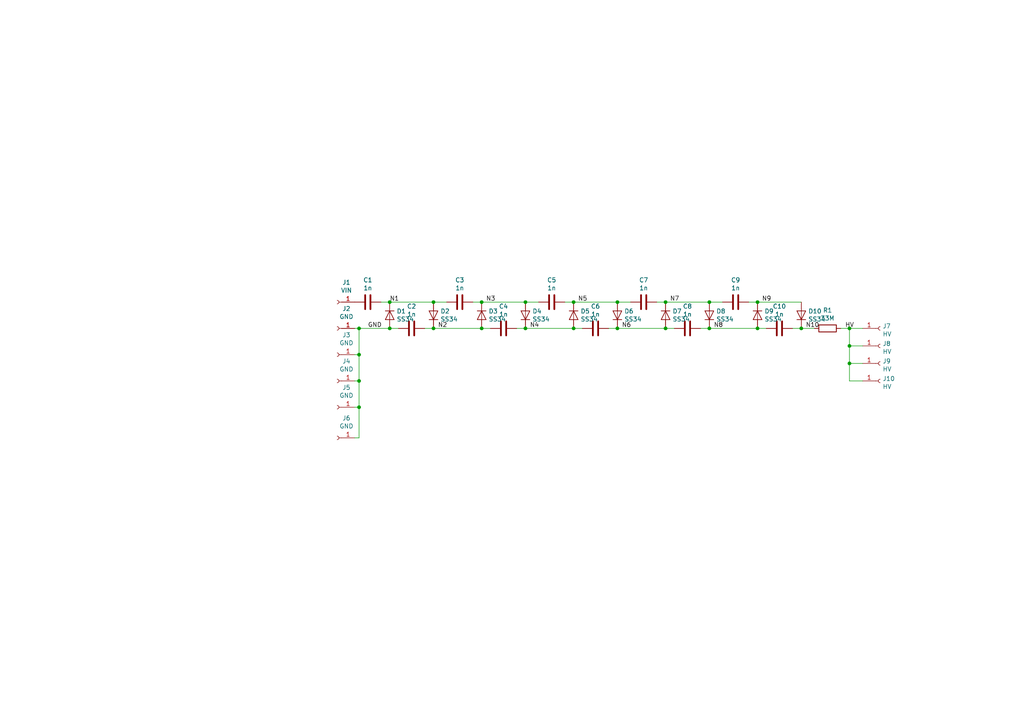
<source format=kicad_sch>
(kicad_sch (version 20211123) (generator eeschema)
  (paper "A4")
  (lib_symbols
    (symbol "Connector:Conn_01x01_Female" (pin_names (offset 1.016) hide)
      (property "Reference" "J" (at 0 2.54 0))
      (property "Value" "Conn_01x01_Female" (at 0 -2.54 0))
      (symbol "Conn_01x01_Female_1_1"
        (polyline (pts (xy -1.27 0) (xy -0.508 0)) (stroke (width 0.1524)))
        (arc (start 0 0.508) (mid -0.508 0) (end 0 -0.508) (stroke (width 0.1524)))
        (pin passive line (at -5.08 0 0) (length 3.81) (name "Pin_1") (number "1"))
      )
    )
    (symbol "Device:C" (pin_numbers hide) (pin_names (offset 0.254))
      (property "Reference" "C" (at 0.635 2.54 0))
      (property "Value" "C" (at 0.635 -2.54 0))
      (symbol "C_0_1"
        (polyline (pts (xy -2.032 -0.762) (xy 2.032 -0.762)) (stroke (width 0.508)))
        (polyline (pts (xy -2.032 0.762) (xy 2.032 0.762)) (stroke (width 0.508)))
      )
      (symbol "C_1_1"
        (pin passive line (at 0 3.81 270) (length 2.794) (name "~") (number "1"))
        (pin passive line (at 0 -3.81 90) (length 2.794) (name "~") (number "2"))
      )
    )
    (symbol "Device:D" (pin_numbers hide) (pin_names (offset 1.016) hide)
      (property "Reference" "D" (at 0 2.54 0))
      (property "Value" "D" (at 0 -2.54 0))
      (symbol "D_0_1"
        (polyline (pts (xy -1.27 1.27) (xy -1.27 -1.27)) (stroke (width 0.2032)))
        (polyline (pts (xy 1.27 0) (xy -1.27 0)))
        (polyline (pts (xy 1.27 1.27) (xy 1.27 -1.27) (xy -1.27 0) (xy 1.27 1.27)) (stroke (width 0.2032)))
      )
      (symbol "D_1_1"
        (pin passive line (at -3.81 0 0) (length 2.54) (name "K") (number "1"))
        (pin passive line (at 3.81 0 180) (length 2.54) (name "A") (number "2"))
      )
    )
    (symbol "Device:R" (pin_numbers hide) (pin_names (offset 0))
      (property "Reference" "R" (at 2.032 0 90))
      (property "Value" "R" (at 0 0 90))
      (symbol "R_0_1"
        (rectangle (start -1.016 -2.54) (end 1.016 2.54) (stroke (width 0.254)))
      )
      (symbol "R_1_1"
        (pin passive line (at 0 3.81 270) (length 1.27) (name "~") (number "1"))
        (pin passive line (at 0 -3.81 90) (length 1.27) (name "~") (number "2"))
      )
    )
  )
  (junction (at 104.14 102.87))
  (junction (at 139.7 87.63))
  (junction (at 179.07 95.25))
  (junction (at 104.14 95.25))
  (junction (at 166.37 95.25))
  (junction (at 152.4 95.25))
  (junction (at 246.38 105.41))
  (junction (at 219.71 87.63))
  (junction (at 246.38 95.25))
  (junction (at 125.73 95.25))
  (junction (at 193.04 95.25))
  (junction (at 113.03 87.63))
  (junction (at 152.4 87.63))
  (junction (at 139.7 95.25))
  (junction (at 125.73 87.63))
  (junction (at 246.38 100.33))
  (junction (at 232.41 95.25))
  (junction (at 193.04 87.63))
  (junction (at 179.07 87.63))
  (junction (at 219.71 95.25))
  (junction (at 104.14 118.11))
  (junction (at 104.14 110.49))
  (junction (at 113.03 95.25))
  (junction (at 166.37 87.63))
  (junction (at 205.74 95.25))
  (junction (at 205.74 87.63))
  (wire (pts (xy 110.49 87.63) (xy 113.03 87.63)))
  (wire (pts (xy 243.84 95.25) (xy 246.38 95.25)))
  (wire (pts (xy 104.14 102.87) (xy 102.87 102.87)))
  (wire (pts (xy 113.03 95.25) (xy 104.14 95.25)))
  (wire (pts (xy 232.41 95.25) (xy 229.87 95.25)))
  (wire (pts (xy 236.22 95.25) (xy 232.41 95.25)))
  (wire (pts (xy 142.24 95.25) (xy 139.7 95.25)))
  (wire (pts (xy 113.03 87.63) (xy 125.73 87.63)))
  (wire (pts (xy 104.14 95.25) (xy 102.87 95.25)))
  (wire (pts (xy 166.37 87.63) (xy 179.07 87.63)))
  (wire (pts (xy 222.25 95.25) (xy 219.71 95.25)))
  (wire (pts (xy 125.73 87.63) (xy 129.54 87.63)))
  (wire (pts (xy 205.74 95.25) (xy 219.71 95.25)))
  (wire (pts (xy 163.83 87.63) (xy 166.37 87.63)))
  (wire (pts (xy 195.58 95.25) (xy 193.04 95.25)))
  (wire (pts (xy 104.14 118.11) (xy 104.14 127)))
  (wire (pts (xy 205.74 87.63) (xy 209.55 87.63)))
  (wire (pts (xy 102.87 118.11) (xy 104.14 118.11)))
  (wire (pts (xy 246.38 105.41) (xy 246.38 100.33)))
  (wire (pts (xy 152.4 87.63) (xy 156.21 87.63)))
  (wire (pts (xy 179.07 87.63) (xy 182.88 87.63)))
  (wire (pts (xy 139.7 87.63) (xy 152.4 87.63)))
  (wire (pts (xy 250.19 105.41) (xy 246.38 105.41)))
  (wire (pts (xy 190.5 87.63) (xy 193.04 87.63)))
  (wire (pts (xy 246.38 110.49) (xy 246.38 105.41)))
  (wire (pts (xy 250.19 110.49) (xy 246.38 110.49)))
  (wire (pts (xy 102.87 110.49) (xy 104.14 110.49)))
  (wire (pts (xy 246.38 100.33) (xy 246.38 95.25)))
  (wire (pts (xy 104.14 110.49) (xy 104.14 118.11)))
  (wire (pts (xy 115.57 95.25) (xy 113.03 95.25)))
  (wire (pts (xy 250.19 100.33) (xy 246.38 100.33)))
  (wire (pts (xy 205.74 95.25) (xy 203.2 95.25)))
  (wire (pts (xy 152.4 95.25) (xy 166.37 95.25)))
  (wire (pts (xy 125.73 95.25) (xy 139.7 95.25)))
  (wire (pts (xy 179.07 95.25) (xy 193.04 95.25)))
  (wire (pts (xy 193.04 87.63) (xy 205.74 87.63)))
  (wire (pts (xy 137.16 87.63) (xy 139.7 87.63)))
  (wire (pts (xy 152.4 95.25) (xy 149.86 95.25)))
  (wire (pts (xy 102.87 127) (xy 104.14 127)))
  (wire (pts (xy 217.17 87.63) (xy 219.71 87.63)))
  (wire (pts (xy 179.07 95.25) (xy 176.53 95.25)))
  (wire (pts (xy 168.91 95.25) (xy 166.37 95.25)))
  (wire (pts (xy 219.71 87.63) (xy 232.41 87.63)))
  (wire (pts (xy 246.38 95.25) (xy 250.19 95.25)))
  (wire (pts (xy 104.14 102.87) (xy 104.14 110.49)))
  (wire (pts (xy 125.73 95.25) (xy 123.19 95.25)))
  (wire (pts (xy 104.14 95.25) (xy 104.14 102.87)))
  (label "N3" (at 140.97 87.63 0))
  (label "N6" (at 180.34 95.25 0))
  (label "N8" (at 207.01 95.25 0))
  (label "GND" (at 106.68 95.25 0))
  (label "N7" (at 194.31 87.63 0))
  (label "N9" (at 220.98 87.63 0))
  (label "HV" (at 245.11 95.25 0))
  (label "N5" (at 167.64 87.63 0))
  (label "N10" (at 233.68 95.25 0))
  (label "N1" (at 113.03 87.63 0))
  (label "N2" (at 127 95.25 0))
  (label "N4" (at 153.67 95.25 0))
  (symbol (lib_id "Device:C") (at 106.68 87.63 270) (unit 1)
    (property "Reference" "C1" (at 106.68 81.2292 90))
    (property "Value" "1n" (at 106.68 83.5406 90))
    (property "Footprint" "Capacitor_SMD:C_1812_4532Metric" (effects hide))
  )
  (symbol (lib_id "Device:D") (at 113.03 91.44 270) (unit 1)
    (property "Reference" "D1" (at 115.0366 90.2716 90) (effects (justify left)))
    (property "Value" "SS34" (at 115.0366 92.583 90) (effects (justify left)))
    (property "Footprint" "otter:SMAF" (effects hide))
  )
  (symbol (lib_id "Device:R") (at 240.03 95.25 270) (unit 1)
    (property "Reference" "R1" (at 240.03 89.9922 90))
    (property "Value" "33M" (at 240.03 92.3036 90))
    (property "Footprint" "Resistor_SMD:R_2512_6332Metric" (effects hide))
  )
  (symbol (lib_id "Device:C") (at 119.38 95.25 270) (unit 1)
    (property "Reference" "C2" (at 119.38 88.8492 90))
    (property "Value" "1n" (at 119.38 91.1606 90))
    (property "Footprint" "Capacitor_SMD:C_1812_4532Metric" (effects hide))
  )
  (symbol (lib_id "Device:D") (at 125.73 91.44 90) (unit 1)
    (property "Reference" "D2" (at 127.7366 90.2716 90) (effects (justify right)))
    (property "Value" "SS34" (at 127.7366 92.583 90) (effects (justify right)))
    (property "Footprint" "otter:SMAF" (effects hide))
  )
  (symbol (lib_id "Device:C") (at 133.35 87.63 270) (unit 1)
    (property "Reference" "C3" (at 133.35 81.2292 90))
    (property "Value" "1n" (at 133.35 83.5406 90))
    (property "Footprint" "Capacitor_SMD:C_1812_4532Metric" (effects hide))
  )
  (symbol (lib_id "Device:D") (at 139.7 91.44 270) (unit 1)
    (property "Reference" "D3" (at 141.7066 90.2716 90) (effects (justify left)))
    (property "Value" "SS34" (at 141.7066 92.583 90) (effects (justify left)))
    (property "Footprint" "otter:SMAF" (effects hide))
  )
  (symbol (lib_id "Device:C") (at 146.05 95.25 270) (unit 1)
    (property "Reference" "C4" (at 146.05 88.8492 90))
    (property "Value" "1n" (at 146.05 91.1606 90))
    (property "Footprint" "Capacitor_SMD:C_1812_4532Metric" (effects hide))
  )
  (symbol (lib_id "Device:D") (at 152.4 91.44 90) (unit 1)
    (property "Reference" "D4" (at 154.4066 90.2716 90) (effects (justify right)))
    (property "Value" "SS34" (at 154.4066 92.583 90) (effects (justify right)))
    (property "Footprint" "otter:SMAF" (effects hide))
  )
  (symbol (lib_id "Device:C") (at 160.02 87.63 270) (unit 1)
    (property "Reference" "C5" (at 160.02 81.2292 90))
    (property "Value" "1n" (at 160.02 83.5406 90))
    (property "Footprint" "Capacitor_SMD:C_1812_4532Metric" (effects hide))
  )
  (symbol (lib_id "Device:D") (at 166.37 91.44 270) (unit 1)
    (property "Reference" "D5" (at 168.3766 90.2716 90) (effects (justify left)))
    (property "Value" "SS34" (at 168.3766 92.583 90) (effects (justify left)))
    (property "Footprint" "otter:SMAF" (effects hide))
  )
  (symbol (lib_id "Device:C") (at 172.72 95.25 270) (unit 1)
    (property "Reference" "C6" (at 172.72 88.8492 90))
    (property "Value" "1n" (at 172.72 91.1606 90))
    (property "Footprint" "Capacitor_SMD:C_1812_4532Metric" (effects hide))
  )
  (symbol (lib_id "Device:D") (at 179.07 91.44 90) (unit 1)
    (property "Reference" "D6" (at 181.0766 90.2716 90) (effects (justify right)))
    (property "Value" "SS34" (at 181.0766 92.583 90) (effects (justify right)))
    (property "Footprint" "otter:SMAF" (effects hide))
  )
  (symbol (lib_id "Device:C") (at 186.69 87.63 270) (unit 1)
    (property "Reference" "C7" (at 186.69 81.2292 90))
    (property "Value" "1n" (at 186.69 83.5406 90))
    (property "Footprint" "Capacitor_SMD:C_1812_4532Metric" (effects hide))
  )
  (symbol (lib_id "Device:D") (at 193.04 91.44 270) (unit 1)
    (property "Reference" "D7" (at 195.0466 90.2716 90) (effects (justify left)))
    (property "Value" "SS34" (at 195.0466 92.583 90) (effects (justify left)))
    (property "Footprint" "otter:SMAF" (effects hide))
  )
  (symbol (lib_id "Device:C") (at 199.39 95.25 270) (unit 1)
    (property "Reference" "C8" (at 199.39 88.8492 90))
    (property "Value" "1n" (at 199.39 91.1606 90))
    (property "Footprint" "Capacitor_SMD:C_1812_4532Metric" (effects hide))
  )
  (symbol (lib_id "Device:D") (at 205.74 91.44 90) (unit 1)
    (property "Reference" "D8" (at 207.7466 90.2716 90) (effects (justify right)))
    (property "Value" "SS34" (at 207.7466 92.583 90) (effects (justify right)))
    (property "Footprint" "otter:SMAF" (effects hide))
  )
  (symbol (lib_id "Device:C") (at 213.36 87.63 270) (unit 1)
    (property "Reference" "C9" (at 213.36 81.2292 90))
    (property "Value" "1n" (at 213.36 83.5406 90))
    (property "Footprint" "Capacitor_SMD:C_1812_4532Metric" (effects hide))
  )
  (symbol (lib_id "Device:D") (at 219.71 91.44 270) (unit 1)
    (property "Reference" "D9" (at 221.7166 90.2716 90) (effects (justify left)))
    (property "Value" "SS34" (at 221.7166 92.583 90) (effects (justify left)))
    (property "Footprint" "otter:SMAF" (effects hide))
  )
  (symbol (lib_id "Device:C") (at 226.06 95.25 270) (unit 1)
    (property "Reference" "C10" (at 226.06 88.8492 90))
    (property "Value" "1n" (at 226.06 91.1606 90))
    (property "Footprint" "Capacitor_SMD:C_1812_4532Metric" (effects hide))
  )
  (symbol (lib_id "Device:D") (at 232.41 91.44 90) (unit 1)
    (property "Reference" "D10" (at 234.4166 90.2716 90) (effects (justify right)))
    (property "Value" "SS34" (at 234.4166 92.583 90) (effects (justify right)))
    (property "Footprint" "otter:SMAF" (effects hide))
  )
  (symbol (lib_id "Connector:Conn_01x01_Female") (at 97.79 95.25 180) (unit 1)
    (property "Reference" "J2" (at 100.4824 89.535 0))
    (property "Value" "GND" (at 100.4824 91.8464 0))
    (property "Footprint" "TestPoint:TestPoint_Pad_2.5x2.5mm" (effects hide))
  )
  (symbol (lib_id "Connector:Conn_01x01_Female") (at 97.79 87.63 180) (unit 1)
    (property "Reference" "J1" (at 100.4824 81.915 0))
    (property "Value" "VIN" (at 100.4824 84.2264 0))
    (property "Footprint" "TestPoint:TestPoint_Pad_2.5x2.5mm" (effects hide))
  )
  (symbol (lib_id "Connector:Conn_01x01_Female") (at 255.27 100.33 0) (unit 1)
    (property "Reference" "J8" (at 255.9812 99.6696 0) (effects (justify left)))
    (property "Value" "HV" (at 255.9812 101.981 0) (effects (justify left)))
    (property "Footprint" "TestPoint:TestPoint_Pad_2.5x2.5mm" (effects hide))
  )
  (symbol (lib_id "Connector:Conn_01x01_Female") (at 255.27 95.25 0) (unit 1)
    (property "Reference" "J7" (at 255.9812 94.5896 0) (effects (justify left)))
    (property "Value" "HV" (at 255.9812 96.901 0) (effects (justify left)))
    (property "Footprint" "TestPoint:TestPoint_Pad_2.5x2.5mm" (effects hide))
  )
  (symbol (lib_id "Connector:Conn_01x01_Female") (at 255.27 105.41 0) (unit 1)
    (property "Reference" "J9" (at 255.9812 104.7496 0) (effects (justify left)))
    (property "Value" "HV" (at 255.9812 107.061 0) (effects (justify left)))
    (property "Footprint" "TestPoint:TestPoint_Pad_2.5x2.5mm" (effects hide))
  )
  (symbol (lib_id "Connector:Conn_01x01_Female") (at 255.27 110.49 0) (unit 1)
    (property "Reference" "J10" (at 255.9812 109.8296 0) (effects (justify left)))
    (property "Value" "HV" (at 255.9812 112.141 0) (effects (justify left)))
    (property "Footprint" "TestPoint:TestPoint_Pad_2.5x2.5mm" (effects hide))
  )
  (symbol (lib_id "Connector:Conn_01x01_Female") (at 97.79 102.87 180) (unit 1)
    (property "Reference" "J3" (at 100.4824 97.155 0))
    (property "Value" "GND" (at 100.4824 99.4664 0))
    (property "Footprint" "TestPoint:TestPoint_Pad_2.5x2.5mm" (effects hide))
  )
  (symbol (lib_id "Connector:Conn_01x01_Female") (at 97.79 110.49 180) (unit 1)
    (property "Reference" "J4" (at 100.4824 104.775 0))
    (property "Value" "GND" (at 100.4824 107.0864 0))
    (property "Footprint" "TestPoint:TestPoint_Pad_2.5x2.5mm" (effects hide))
  )
  (symbol (lib_id "Connector:Conn_01x01_Female") (at 97.79 118.11 180) (unit 1)
    (property "Reference" "J5" (at 100.4824 112.395 0))
    (property "Value" "GND" (at 100.4824 114.7064 0))
    (property "Footprint" "TestPoint:TestPoint_Pad_2.5x2.5mm" (effects hide))
  )
  (symbol (lib_id "Connector:Conn_01x01_Female") (at 97.79 127 180) (unit 1)
    (property "Reference" "J6" (at 100.4824 121.285 0))
    (property "Value" "GND" (at 100.4824 123.5964 0))
    (property "Footprint" "TestPoint:TestPoint_Pad_2.5x2.5mm" (effects hide))
  )
)
</source>
